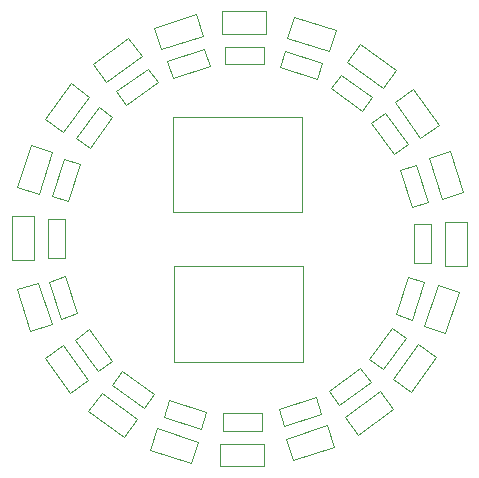
<source format=gbr>
G04 #@! TF.GenerationSoftware,KiCad,Pcbnew,9.0.1*
G04 #@! TF.CreationDate,2025-04-09T17:44:43+02:00*
G04 #@! TF.ProjectId,SMDChaser0805-0603,534d4443-6861-4736-9572-303830352d30,rev?*
G04 #@! TF.SameCoordinates,Original*
G04 #@! TF.FileFunction,Other,User*
%FSLAX46Y46*%
G04 Gerber Fmt 4.6, Leading zero omitted, Abs format (unit mm)*
G04 Created by KiCad (PCBNEW 9.0.1) date 2025-04-09 17:44:43*
%MOMM*%
%LPD*%
G01*
G04 APERTURE LIST*
%ADD10C,0.050000*%
G04 APERTURE END LIST*
D10*
X69437580Y-71496860D02*
X73137580Y-71496860D01*
X69437580Y-73396860D02*
X69437580Y-71496860D01*
X73137580Y-71496860D02*
X73137580Y-73396860D01*
X73137580Y-73396860D02*
X69437580Y-73396860D01*
X69274700Y-108120780D02*
X72974700Y-108120780D01*
X69274700Y-110020780D02*
X69274700Y-108120780D01*
X72974700Y-108120780D02*
X72974700Y-110020780D01*
X72974700Y-110020780D02*
X69274700Y-110020780D01*
X74961879Y-73751442D02*
X75549012Y-71944435D01*
X75549012Y-71944435D02*
X79067921Y-73087798D01*
X78480788Y-74894805D02*
X74961879Y-73751442D01*
X79067921Y-73087798D02*
X78480788Y-74894805D01*
X63333399Y-108603242D02*
X63920532Y-106796235D01*
X63920532Y-106796235D02*
X67439441Y-107939598D01*
X66852308Y-109746605D02*
X63333399Y-108603242D01*
X67439441Y-107939598D02*
X66852308Y-109746605D01*
X80049703Y-75831503D02*
X81166495Y-74294371D01*
X81166495Y-74294371D02*
X84159857Y-76469177D01*
X83043065Y-78006309D02*
X80049703Y-75831503D01*
X84159857Y-76469177D02*
X83043065Y-78006309D01*
X58126101Y-105355463D02*
X59242893Y-103818331D01*
X59242893Y-103818331D02*
X62236255Y-105993137D01*
X61119463Y-107530269D02*
X58126101Y-105355463D01*
X62236255Y-105993137D02*
X61119463Y-107530269D01*
X84072131Y-79217295D02*
X85609263Y-78100503D01*
X85609263Y-78100503D02*
X87784069Y-81093865D01*
X86246937Y-82210657D02*
X84072131Y-79217295D01*
X87784069Y-81093865D02*
X86246937Y-82210657D01*
X54417351Y-100863015D02*
X55954483Y-99746223D01*
X55954483Y-99746223D02*
X58129289Y-102739585D01*
X56592157Y-103856377D02*
X54417351Y-100863015D01*
X58129289Y-102739585D02*
X56592157Y-103856377D01*
X86930075Y-83897932D02*
X88737082Y-83310799D01*
X88073438Y-87416841D02*
X86930075Y-83897932D01*
X88737082Y-83310799D02*
X89880445Y-86829708D01*
X89880445Y-86829708D02*
X88073438Y-87416841D01*
X52068995Y-95048332D02*
X53876002Y-94461199D01*
X53212358Y-98567241D02*
X52068995Y-95048332D01*
X53876002Y-94461199D02*
X55019365Y-97980108D01*
X55019365Y-97980108D02*
X53212358Y-98567241D01*
X88321380Y-89323300D02*
X90221380Y-89323300D01*
X88321380Y-93023300D02*
X88321380Y-89323300D01*
X90221380Y-89323300D02*
X90221380Y-93023300D01*
X90221380Y-93023300D02*
X88321380Y-93023300D01*
X51637780Y-88866740D02*
X53537780Y-88866740D01*
X51637780Y-92566740D02*
X51637780Y-88866740D01*
X53537780Y-88866740D02*
X53537780Y-92566740D01*
X53537780Y-92566740D02*
X51637780Y-92566740D01*
X86555435Y-98156228D02*
X87698798Y-94637319D01*
X87698798Y-94637319D02*
X89505805Y-95224452D01*
X88362442Y-98743361D02*
X86555435Y-98156228D01*
X89505805Y-95224452D02*
X88362442Y-98743361D01*
X52109235Y-86366828D02*
X53252598Y-82847919D01*
X53252598Y-82847919D02*
X55059605Y-83435052D01*
X53916242Y-86953961D02*
X52109235Y-86366828D01*
X55059605Y-83435052D02*
X53916242Y-86953961D01*
X83887491Y-102620145D02*
X86062297Y-99626783D01*
X85424623Y-103736937D02*
X83887491Y-102620145D01*
X86062297Y-99626783D02*
X87599429Y-100743575D01*
X87599429Y-100743575D02*
X85424623Y-103736937D01*
X54481531Y-80590145D02*
X56656337Y-77596783D01*
X56018663Y-81706937D02*
X54481531Y-80590145D01*
X56656337Y-77596783D02*
X58193469Y-78713575D01*
X58193469Y-78713575D02*
X56018663Y-81706937D01*
X79830383Y-105838297D02*
X82823745Y-103663491D01*
X80947175Y-107375429D02*
X79830383Y-105838297D01*
X82823745Y-103663491D02*
X83940537Y-105200623D01*
X83940537Y-105200623D02*
X80947175Y-107375429D01*
X58527741Y-75925617D02*
X61521103Y-73750811D01*
X59644533Y-77462749D02*
X58527741Y-75925617D01*
X61521103Y-73750811D02*
X62637895Y-75287943D01*
X62637895Y-75287943D02*
X59644533Y-77462749D01*
X74832046Y-107704500D02*
X78350955Y-106561137D01*
X75419179Y-109511507D02*
X74832046Y-107704500D01*
X78350955Y-106561137D02*
X78938088Y-108368144D01*
X78938088Y-108368144D02*
X75419179Y-109511507D01*
X63710886Y-72896580D02*
X67229795Y-71753217D01*
X64298019Y-74703587D02*
X63710886Y-72896580D01*
X67229795Y-71753217D02*
X67816928Y-73560224D01*
X67816928Y-73560224D02*
X64298019Y-74703587D01*
X65360000Y-101167700D02*
X65360000Y-93067700D01*
X65360000Y-101167700D02*
X76260000Y-101167700D01*
X76260000Y-93067700D02*
X65360000Y-93067700D01*
X76260000Y-93067700D02*
X76260000Y-101167700D01*
X65311740Y-88523580D02*
X65311740Y-80423580D01*
X65311740Y-88523580D02*
X76211740Y-88523580D01*
X76211740Y-80423580D02*
X65311740Y-80423580D01*
X76211740Y-80423580D02*
X76211740Y-88523580D01*
X69660260Y-74531340D02*
X72960260Y-74531340D01*
X69660260Y-75991340D02*
X69660260Y-74531340D01*
X72960260Y-74531340D02*
X72960260Y-75991340D01*
X72960260Y-75991340D02*
X69660260Y-75991340D01*
X74335434Y-76245733D02*
X74786599Y-74857191D01*
X74786599Y-74857191D02*
X77925086Y-75876947D01*
X77473921Y-77265489D02*
X74335434Y-76245733D01*
X77925086Y-75876947D02*
X77473921Y-77265489D01*
X78656299Y-78032077D02*
X79514465Y-76850912D01*
X79514465Y-76850912D02*
X82184221Y-78790603D01*
X81326055Y-79971768D02*
X78656299Y-78032077D01*
X82184221Y-78790603D02*
X81326055Y-79971768D01*
X82079832Y-80925545D02*
X83260997Y-80067379D01*
X83260997Y-80067379D02*
X85200688Y-82737135D01*
X84019523Y-83595301D02*
X82079832Y-80925545D01*
X85200688Y-82737135D02*
X84019523Y-83595301D01*
X84476111Y-84967679D02*
X85864653Y-84516514D01*
X85495867Y-88106166D02*
X84476111Y-84967679D01*
X85864653Y-84516514D02*
X86884409Y-87655001D01*
X86884409Y-87655001D02*
X85495867Y-88106166D01*
X85670260Y-89531340D02*
X87130260Y-89531340D01*
X85670260Y-92831340D02*
X85670260Y-89531340D01*
X87130260Y-89531340D02*
X87130260Y-92831340D01*
X87130260Y-92831340D02*
X85670260Y-92831340D01*
X84136111Y-97145001D02*
X85155867Y-94006514D01*
X85155867Y-94006514D02*
X86544409Y-94457679D01*
X85524653Y-97596166D02*
X84136111Y-97145001D01*
X86544409Y-94457679D02*
X85524653Y-97596166D01*
X81899832Y-100942135D02*
X83839523Y-98272379D01*
X83080997Y-101800301D02*
X81899832Y-100942135D01*
X83839523Y-98272379D02*
X85020688Y-99130545D01*
X85020688Y-99130545D02*
X83080997Y-101800301D01*
X69520260Y-105541340D02*
X72820260Y-105541340D01*
X69520260Y-107001340D02*
X69520260Y-105541340D01*
X72820260Y-105541340D02*
X72820260Y-107001340D01*
X72820260Y-107001340D02*
X69520260Y-107001340D01*
X64515434Y-105815733D02*
X64966599Y-104427191D01*
X64966599Y-104427191D02*
X68105086Y-105446947D01*
X67653921Y-106835489D02*
X64515434Y-105815733D01*
X68105086Y-105446947D02*
X67653921Y-106835489D01*
X60156299Y-103122077D02*
X61014465Y-101940912D01*
X61014465Y-101940912D02*
X63684221Y-103880603D01*
X62826055Y-105061768D02*
X60156299Y-103122077D01*
X63684221Y-103880603D02*
X62826055Y-105061768D01*
X56989832Y-99285545D02*
X58170997Y-98427379D01*
X58170997Y-98427379D02*
X60110688Y-101097135D01*
X58929523Y-101955301D02*
X56989832Y-99285545D01*
X60110688Y-101097135D02*
X58929523Y-101955301D01*
X54773641Y-94393225D02*
X56162183Y-93942060D01*
X55793397Y-97531712D02*
X54773641Y-94393225D01*
X56162183Y-93942060D02*
X57181939Y-97080547D01*
X57181939Y-97080547D02*
X55793397Y-97531712D01*
X54700260Y-89061340D02*
X56160260Y-89061340D01*
X54700260Y-92361340D02*
X54700260Y-89061340D01*
X56160260Y-89061340D02*
X56160260Y-92361340D01*
X56160260Y-92361340D02*
X54700260Y-92361340D01*
X55016111Y-87145001D02*
X56035867Y-84006514D01*
X56035867Y-84006514D02*
X57424409Y-84457679D01*
X56404653Y-87596166D02*
X55016111Y-87145001D01*
X57424409Y-84457679D02*
X56404653Y-87596166D01*
X57049832Y-82237135D02*
X58989523Y-79567379D01*
X58230997Y-83095301D02*
X57049832Y-82237135D01*
X58989523Y-79567379D02*
X60170688Y-80425545D01*
X60170688Y-80425545D02*
X58230997Y-83095301D01*
X60476299Y-78280603D02*
X63146055Y-76340912D01*
X61334465Y-79461768D02*
X60476299Y-78280603D01*
X63146055Y-76340912D02*
X64004221Y-77522077D01*
X64004221Y-77522077D02*
X61334465Y-79461768D01*
X64805434Y-75726947D02*
X67943921Y-74707191D01*
X65256599Y-77115489D02*
X64805434Y-75726947D01*
X67943921Y-74707191D02*
X68395086Y-76095733D01*
X68395086Y-76095733D02*
X65256599Y-77115489D01*
X78494819Y-103624803D02*
X81164575Y-101685112D01*
X79352985Y-104805968D02*
X78494819Y-103624803D01*
X81164575Y-101685112D02*
X82022741Y-102866277D01*
X82022741Y-102866277D02*
X79352985Y-104805968D01*
X74240434Y-105191947D02*
X77378921Y-104172191D01*
X74691599Y-106580489D02*
X74240434Y-105191947D01*
X77378921Y-104172191D02*
X77830086Y-105560733D01*
X77830086Y-105560733D02*
X74691599Y-106580489D01*
M02*

</source>
